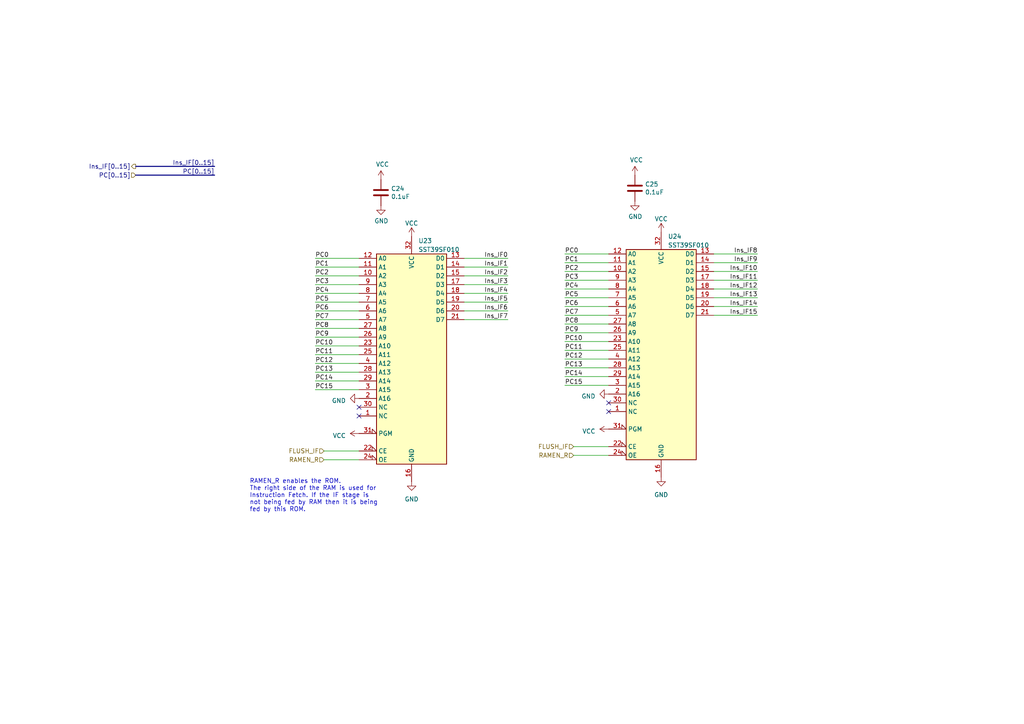
<source format=kicad_sch>
(kicad_sch (version 20230121) (generator eeschema)
  (paper "A4")
  (title_block (date "2023-03-22") (rev "B"))
  (lib_symbols
    (symbol "Device:C" (pin_numbers hide) (pin_names (offset 0.254))
      (property "Reference" "C" (at 0.635 2.54 0))
      (property "Value" "C" (at 0.635 -2.54 0))
      (symbol "C_0_1"
        (polyline (pts (xy -2.032 -0.762) (xy 2.032 -0.762)) (stroke (width 0.508)))
        (polyline (pts (xy -2.032 0.762) (xy 2.032 0.762)) (stroke (width 0.508)))
      )
      (symbol "C_1_1"
        (pin passive line (at 0 3.81 270) (length 2.794) (name "~") (number "1"))
        (pin passive line (at 0 -3.81 90) (length 2.794) (name "~") (number "2"))
      )
    )
    (symbol "Memory_Flash:SST39SF010"
      (property "Reference" "U" (at 2.54 33.02 0))
      (property "Value" "SST39SF010" (at 0 -30.48 0))
      (symbol "SST39SF010_0_0"
        (pin power_in line (at 0 -34.29 90) (length 5.08) (name "GND") (number "16"))
        (pin power_in line (at 0 36.83 270) (length 5.08) (name "VCC") (number "32"))
      )
      (symbol "SST39SF010_0_1"
        (rectangle (start -10.16 31.75) (end 10.16 -29.21) (stroke (width 0.254)) (fill (type background)))
      )
      (symbol "SST39SF010_1_1"
        (pin input line (at -15.24 -15.24 0) (length 5.08) (name "NC") (number "1"))
        (pin input line (at -15.24 25.4 0) (length 5.08) (name "A2") (number "10"))
        (pin input line (at -15.24 27.94 0) (length 5.08) (name "A1") (number "11"))
        (pin input line (at -15.24 30.48 0) (length 5.08) (name "A0") (number "12"))
        (pin tri_state line (at 15.24 30.48 180) (length 5.08) (name "D0") (number "13"))
        (pin tri_state line (at 15.24 27.94 180) (length 5.08) (name "D1") (number "14"))
        (pin tri_state line (at 15.24 25.4 180) (length 5.08) (name "D2") (number "15"))
        (pin tri_state line (at 15.24 22.86 180) (length 5.08) (name "D3") (number "17"))
        (pin tri_state line (at 15.24 20.32 180) (length 5.08) (name "D4") (number "18"))
        (pin tri_state line (at 15.24 17.78 180) (length 5.08) (name "D5") (number "19"))
        (pin input line (at -15.24 -10.16 0) (length 5.08) (name "A16") (number "2"))
        (pin tri_state line (at 15.24 15.24 180) (length 5.08) (name "D6") (number "20"))
        (pin tri_state line (at 15.24 12.7 180) (length 5.08) (name "D7") (number "21"))
        (pin input input_low (at -15.24 -25.4 0) (length 5.08) (name "CE") (number "22"))
        (pin input line (at -15.24 5.08 0) (length 5.08) (name "A10") (number "23"))
        (pin input input_low (at -15.24 -27.94 0) (length 5.08) (name "OE") (number "24"))
        (pin input line (at -15.24 2.54 0) (length 5.08) (name "A11") (number "25"))
        (pin input line (at -15.24 7.62 0) (length 5.08) (name "A9") (number "26"))
        (pin input line (at -15.24 10.16 0) (length 5.08) (name "A8") (number "27"))
        (pin input line (at -15.24 -2.54 0) (length 5.08) (name "A13") (number "28"))
        (pin input line (at -15.24 -5.08 0) (length 5.08) (name "A14") (number "29"))
        (pin input line (at -15.24 -7.62 0) (length 5.08) (name "A15") (number "3"))
        (pin input line (at -15.24 -12.7 0) (length 5.08) (name "NC") (number "30"))
        (pin input input_low (at -15.24 -20.32 0) (length 5.08) (name "PGM") (number "31"))
        (pin input line (at -15.24 0 0) (length 5.08) (name "A12") (number "4"))
        (pin input line (at -15.24 12.7 0) (length 5.08) (name "A7") (number "5"))
        (pin input line (at -15.24 15.24 0) (length 5.08) (name "A6") (number "6"))
        (pin input line (at -15.24 17.78 0) (length 5.08) (name "A5") (number "7"))
        (pin input line (at -15.24 20.32 0) (length 5.08) (name "A4") (number "8"))
        (pin input line (at -15.24 22.86 0) (length 5.08) (name "A3") (number "9"))
      )
    )
    (symbol "power:GND" (power) (pin_names (offset 0))
      (property "Value" "GND" (at 0 -3.81 0))
      (symbol "GND_0_1"
        (polyline (pts (xy 0 0) (xy 0 -1.27) (xy 1.27 -1.27) (xy 0 -2.54) (xy -1.27 -1.27) (xy 0 -1.27)))
      )
      (symbol "GND_1_1"
        (pin power_in line (at 0 0 270) (length 0) hide (name "GND") (number "1"))
      )
    )
    (symbol "power:VCC" (power) (pin_names (offset 0))
      (property "Value" "VCC" (at 0 3.81 0))
      (symbol "VCC_0_1"
        (polyline (pts (xy -0.762 1.27) (xy 0 2.54)))
        (polyline (pts (xy 0 0) (xy 0 2.54)))
        (polyline (pts (xy 0 2.54) (xy 0.762 1.27)))
      )
      (symbol "VCC_1_1"
        (pin power_in line (at 0 0 90) (length 0) hide (name "VCC") (number "1"))
      )
    )
  )
  (no_connect (at 176.53 119.38))
  (no_connect (at 104.14 118.11))
  (no_connect (at 104.14 120.65))
  (no_connect (at 176.53 116.84))
  (wire (pts (xy 91.44 85.09) (xy 104.14 85.09)))
  (wire (pts (xy 147.32 90.17) (xy 134.62 90.17)))
  (wire (pts (xy 163.83 101.6) (xy 176.53 101.6)))
  (wire (pts (xy 91.44 105.41) (xy 104.14 105.41)))
  (wire (pts (xy 163.83 81.28) (xy 176.53 81.28)))
  (wire (pts (xy 163.83 91.44) (xy 176.53 91.44)))
  (wire (pts (xy 91.44 80.01) (xy 104.14 80.01)))
  (wire (pts (xy 219.71 76.2) (xy 207.01 76.2)))
  (wire (pts (xy 91.44 92.71) (xy 104.14 92.71)))
  (wire (pts (xy 163.83 93.98) (xy 176.53 93.98)))
  (wire (pts (xy 91.44 113.03) (xy 104.14 113.03)))
  (wire (pts (xy 91.44 77.47) (xy 104.14 77.47)))
  (wire (pts (xy 91.44 107.95) (xy 104.14 107.95)))
  (wire (pts (xy 219.71 83.82) (xy 207.01 83.82)))
  (wire (pts (xy 147.32 80.01) (xy 134.62 80.01)))
  (wire (pts (xy 219.71 81.28) (xy 207.01 81.28)))
  (wire (pts (xy 91.44 100.33) (xy 104.14 100.33)))
  (bus (pts (xy 39.37 50.8) (xy 62.23 50.8)))
  (wire (pts (xy 147.32 92.71) (xy 134.62 92.71)))
  (wire (pts (xy 163.83 76.2) (xy 176.53 76.2)))
  (wire (pts (xy 163.83 111.76) (xy 176.53 111.76)))
  (wire (pts (xy 166.37 132.08) (xy 176.53 132.08)))
  (wire (pts (xy 163.83 78.74) (xy 176.53 78.74)))
  (wire (pts (xy 163.83 86.36) (xy 176.53 86.36)))
  (bus (pts (xy 39.37 48.26) (xy 62.23 48.26)))
  (wire (pts (xy 91.44 90.17) (xy 104.14 90.17)))
  (wire (pts (xy 91.44 87.63) (xy 104.14 87.63)))
  (wire (pts (xy 91.44 74.93) (xy 104.14 74.93)))
  (wire (pts (xy 147.32 74.93) (xy 134.62 74.93)))
  (wire (pts (xy 219.71 91.44) (xy 207.01 91.44)))
  (wire (pts (xy 147.32 77.47) (xy 134.62 77.47)))
  (wire (pts (xy 219.71 86.36) (xy 207.01 86.36)))
  (wire (pts (xy 219.71 88.9) (xy 207.01 88.9)))
  (wire (pts (xy 147.32 85.09) (xy 134.62 85.09)))
  (wire (pts (xy 147.32 87.63) (xy 134.62 87.63)))
  (wire (pts (xy 219.71 78.74) (xy 207.01 78.74)))
  (wire (pts (xy 163.83 104.14) (xy 176.53 104.14)))
  (wire (pts (xy 91.44 110.49) (xy 104.14 110.49)))
  (wire (pts (xy 163.83 109.22) (xy 176.53 109.22)))
  (wire (pts (xy 163.83 73.66) (xy 176.53 73.66)))
  (wire (pts (xy 91.44 95.25) (xy 104.14 95.25)))
  (wire (pts (xy 163.83 96.52) (xy 176.53 96.52)))
  (wire (pts (xy 91.44 97.79) (xy 104.14 97.79)))
  (wire (pts (xy 91.44 102.87) (xy 104.14 102.87)))
  (wire (pts (xy 163.83 88.9) (xy 176.53 88.9)))
  (wire (pts (xy 219.71 73.66) (xy 207.01 73.66)))
  (wire (pts (xy 91.44 82.55) (xy 104.14 82.55)))
  (wire (pts (xy 93.98 133.35) (xy 104.14 133.35)))
  (wire (pts (xy 93.98 130.81) (xy 104.14 130.81)))
  (wire (pts (xy 147.32 82.55) (xy 134.62 82.55)))
  (wire (pts (xy 163.83 83.82) (xy 176.53 83.82)))
  (wire (pts (xy 163.83 106.68) (xy 176.53 106.68)))
  (wire (pts (xy 166.37 129.54) (xy 176.53 129.54)))
  (wire (pts (xy 163.83 99.06) (xy 176.53 99.06)))
  (text "RAMEN_R enables the ROM.\nThe right side of the RAM is used for\nInstruction Fetch. If the IF stage is\nnot being fed by RAM then it is being\nfed by this ROM." (at 72.39 148.59 0) (effects (font (size 1.27 1.27)) (justify left bottom)))
  (label "PC14" (at 163.83 109.22 0))
  (label "PC15" (at 163.83 111.76 0))
  (label "Ins_IF2" (at 147.32 80.01 180))
  (label "Ins_IF11" (at 219.71 81.28 180))
  (label "PC15" (at 91.44 113.03 0))
  (label "PC8" (at 91.44 95.25 0))
  (label "PC10" (at 91.44 100.33 0))
  (label "PC[0..15]" (at 62.23 50.8 180))
  (label "PC0" (at 91.44 74.93 0))
  (label "PC0" (at 163.83 73.66 0))
  (label "Ins_IF[0..15]" (at 62.23 48.26 180))
  (label "Ins_IF3" (at 147.32 82.55 180))
  (label "PC6" (at 163.83 88.9 0))
  (label "Ins_IF8" (at 219.71 73.66 180))
  (label "PC14" (at 91.44 110.49 0))
  (label "PC13" (at 163.83 106.68 0))
  (label "PC4" (at 91.44 85.09 0))
  (label "PC2" (at 163.83 78.74 0))
  (label "PC9" (at 163.83 96.52 0))
  (label "PC1" (at 91.44 77.47 0))
  (label "PC10" (at 163.83 99.06 0))
  (label "Ins_IF5" (at 147.32 87.63 180))
  (label "PC11" (at 163.83 101.6 0))
  (label "Ins_IF13" (at 219.71 86.36 180))
  (label "Ins_IF15" (at 219.71 91.44 180))
  (label "Ins_IF14" (at 219.71 88.9 180))
  (label "Ins_IF9" (at 219.71 76.2 180))
  (label "Ins_IF4" (at 147.32 85.09 180))
  (label "PC3" (at 163.83 81.28 0))
  (label "PC2" (at 91.44 80.01 0))
  (label "PC9" (at 91.44 97.79 0))
  (label "Ins_IF6" (at 147.32 90.17 180))
  (label "PC5" (at 91.44 87.63 0))
  (label "PC11" (at 91.44 102.87 0))
  (label "PC13" (at 91.44 107.95 0))
  (label "Ins_IF1" (at 147.32 77.47 180))
  (label "PC7" (at 163.83 91.44 0))
  (label "PC7" (at 91.44 92.71 0))
  (label "PC6" (at 91.44 90.17 0))
  (label "PC1" (at 163.83 76.2 0))
  (label "Ins_IF12" (at 219.71 83.82 180))
  (label "PC5" (at 163.83 86.36 0))
  (label "PC12" (at 163.83 104.14 0))
  (label "Ins_IF7" (at 147.32 92.71 180))
  (label "Ins_IF0" (at 147.32 74.93 180))
  (label "PC4" (at 163.83 83.82 0))
  (label "PC8" (at 163.83 93.98 0))
  (label "Ins_IF10" (at 219.71 78.74 180))
  (label "PC12" (at 91.44 105.41 0))
  (label "PC3" (at 91.44 82.55 0))
  (hierarchical_label "Ins_IF[0..15]" (shape output) (at 39.37 48.26 180))
  (hierarchical_label "FLUSH_IF" (shape input) (at 93.98 130.81 180))
  (hierarchical_label "PC[0..15]" (shape input) (at 39.37 50.8 180))
  (hierarchical_label "FLUSH_IF" (shape input) (at 166.37 129.54 180))
  (hierarchical_label "RAMEN_R" (shape input) (at 166.37 132.08 180))
  (hierarchical_label "RAMEN_R" (shape input) (at 93.98 133.35 180))
  (symbol (lib_id "power:VCC") (at 110.49 52.07 0) (unit 1)
    (property "Reference" "#PWR0120" (effects hide))
    (property "Value" "VCC" (at 110.9218 47.6758 0))
  )
  (symbol (lib_id "power:VCC") (at 176.53 124.46 90) (unit 1)
    (property "Reference" "#PWR0125" (effects hide))
    (property "Value" "VCC" (at 172.72 125.095 90) (effects (justify left)))
  )
  (symbol (lib_id "Memory_Flash:SST39SF010") (at 119.38 105.41 0) (unit 1)
    (property "Reference" "U23" (at 121.3359 69.85 0) (effects (justify left)))
    (property "Value" "SST39SF010" (at 121.3359 72.39 0) (effects (justify left)))
    (property "Footprint" "Package_LCC:843221B1RKTP" (effects hide))
    (property "Datasheet" "http://ww1.microchip.com/downloads/en/DeviceDoc/25022B.pdf" (effects hide))
    (property "Mouser" "https://www.mouser.com/ProductDetail/Microchip-Technology/SST39SF010A-45-4I-NHE?qs=tIuBKjZQlcn4x3o3EE%252B3qw%3D%3D" (effects hide))
    (property "Mouser2" "https://www.mouser.com/ProductDetail/517-8432-21B1-RK-TP" (effects hide))
  )
  (symbol (lib_id "power:GND") (at 191.77 138.43 0) (unit 1)
    (property "Reference" "#PWR0129" (effects hide))
    (property "Value" "GND" (at 191.77 143.51 0))
  )
  (symbol (lib_id "Device:C") (at 184.15 54.61 0) (unit 1)
    (property "Reference" "C25" (at 187.071 53.4416 0) (effects (justify left)))
    (property "Value" "0.1uF" (at 187.071 55.753 0) (effects (justify left)))
    (property "Footprint" "Capacitor_SMD:C_0603_1608Metric_Pad1.08x0.95mm_HandSolder" (effects hide))
    (property "Mouser" "https://www.mouser.com/ProductDetail/963-EMK107B7104KAHT" (effects hide))
  )
  (symbol (lib_id "power:GND") (at 184.15 58.42 0) (unit 1)
    (property "Reference" "#PWR0127" (effects hide))
    (property "Value" "GND" (at 184.277 62.8142 0))
  )
  (symbol (lib_id "power:VCC") (at 104.14 125.73 90) (unit 1)
    (property "Reference" "#PWR0119" (effects hide))
    (property "Value" "VCC" (at 100.33 126.365 90) (effects (justify left)))
  )
  (symbol (lib_id "power:VCC") (at 119.38 68.58 0) (unit 1)
    (property "Reference" "#PWR0122" (effects hide))
    (property "Value" "VCC" (at 119.38 64.77 0))
  )
  (symbol (lib_id "power:GND") (at 119.38 139.7 0) (unit 1)
    (property "Reference" "#PWR0123" (effects hide))
    (property "Value" "GND" (at 119.38 144.78 0))
  )
  (symbol (lib_id "power:GND") (at 176.53 114.3 270) (unit 1)
    (property "Reference" "#PWR0124" (effects hide))
    (property "Value" "GND" (at 172.72 114.935 90) (effects (justify right)))
  )
  (symbol (lib_id "power:VCC") (at 184.15 50.8 0) (unit 1)
    (property "Reference" "#PWR0126" (effects hide))
    (property "Value" "VCC" (at 184.5818 46.4058 0))
  )
  (symbol (lib_id "Device:C") (at 110.49 55.88 0) (unit 1)
    (property "Reference" "C24" (at 113.411 54.7116 0) (effects (justify left)))
    (property "Value" "0.1uF" (at 113.411 57.023 0) (effects (justify left)))
    (property "Footprint" "Capacitor_SMD:C_0603_1608Metric_Pad1.08x0.95mm_HandSolder" (effects hide))
    (property "Mouser" "https://www.mouser.com/ProductDetail/963-EMK107B7104KAHT" (effects hide))
  )
  (symbol (lib_id "Memory_Flash:SST39SF010") (at 191.77 104.14 0) (unit 1)
    (property "Reference" "U24" (at 193.7259 68.58 0) (effects (justify left)))
    (property "Value" "SST39SF010" (at 193.7259 71.12 0) (effects (justify left)))
    (property "Footprint" "Package_LCC:843221B1RKTP" (effects hide))
    (property "Datasheet" "http://ww1.microchip.com/downloads/en/DeviceDoc/25022B.pdf" (effects hide))
    (property "Mouser" "https://www.mouser.com/ProductDetail/Microchip-Technology/SST39SF010A-45-4I-NHE?qs=tIuBKjZQlcn4x3o3EE%252B3qw%3D%3D" (effects hide))
    (property "Mouser2" "https://www.mouser.com/ProductDetail/517-8432-21B1-RK-TP" (effects hide))
  )
  (symbol (lib_id "power:GND") (at 110.49 59.69 0) (unit 1)
    (property "Reference" "#PWR0121" (effects hide))
    (property "Value" "GND" (at 110.617 64.0842 0))
  )
  (symbol (lib_id "power:VCC") (at 191.77 67.31 0) (unit 1)
    (property "Reference" "#PWR0128" (effects hide))
    (property "Value" "VCC" (at 191.77 63.5 0))
  )
  (symbol (lib_id "power:GND") (at 104.14 115.57 270) (unit 1)
    (property "Reference" "#PWR0118" (effects hide))
    (property "Value" "GND" (at 100.33 116.205 90) (effects (justify right)))
  )
)
</source>
